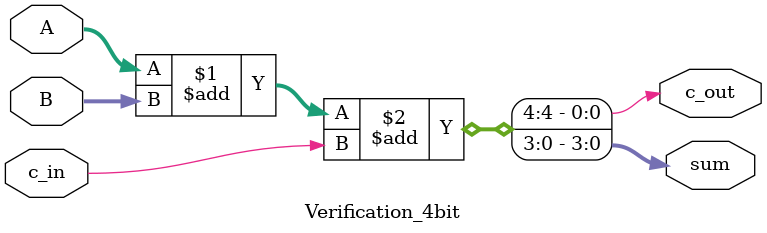
<source format=v>
`timescale 1ns / 1ps


module Verification_4bit(c_out, sum, A,B ,c_in
    );
    
input[3:0] A,B;
input c_in;
output[3:0] sum;
output c_out;

assign {c_out, sum} = A + B + c_in;


endmodule

</source>
